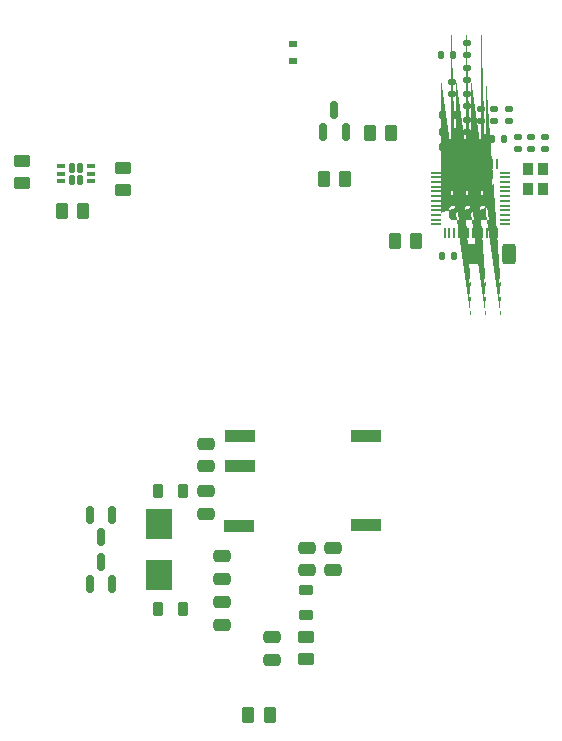
<source format=gbr>
%TF.GenerationSoftware,KiCad,Pcbnew,(6.0.7)*%
%TF.CreationDate,2022-10-02T00:57:54+02:00*%
%TF.ProjectId,sensor_modul,73656e73-6f72-45f6-9d6f-64756c2e6b69,rev?*%
%TF.SameCoordinates,Original*%
%TF.FileFunction,Paste,Top*%
%TF.FilePolarity,Positive*%
%FSLAX46Y46*%
G04 Gerber Fmt 4.6, Leading zero omitted, Abs format (unit mm)*
G04 Created by KiCad (PCBNEW (6.0.7)) date 2022-10-02 00:57:54*
%MOMM*%
%LPD*%
G01*
G04 APERTURE LIST*
G04 Aperture macros list*
%AMRoundRect*
0 Rectangle with rounded corners*
0 $1 Rounding radius*
0 $2 $3 $4 $5 $6 $7 $8 $9 X,Y pos of 4 corners*
0 Add a 4 corners polygon primitive as box body*
4,1,4,$2,$3,$4,$5,$6,$7,$8,$9,$2,$3,0*
0 Add four circle primitives for the rounded corners*
1,1,$1+$1,$2,$3*
1,1,$1+$1,$4,$5*
1,1,$1+$1,$6,$7*
1,1,$1+$1,$8,$9*
0 Add four rect primitives between the rounded corners*
20,1,$1+$1,$2,$3,$4,$5,0*
20,1,$1+$1,$4,$5,$6,$7,0*
20,1,$1+$1,$6,$7,$8,$9,0*
20,1,$1+$1,$8,$9,$2,$3,0*%
%AMFreePoly0*
4,1,57,0.377128,0.574691,0.381594,0.575007,0.383995,0.573695,0.390216,0.572793,0.415350,0.556564,0.441603,0.542221,0.542221,0.441603,0.555164,0.424270,0.558545,0.421336,0.559315,0.418710,0.563076,0.413674,0.569373,0.384427,0.577795,0.355720,0.577795,-0.355720,0.574691,-0.377128,0.575007,-0.381594,0.573695,-0.383995,0.572793,-0.390216,0.556564,-0.415350,0.542221,-0.441603,
0.441603,-0.542221,0.424270,-0.555164,0.421336,-0.558545,0.418710,-0.559315,0.413674,-0.563076,0.384428,-0.569373,0.355720,-0.577795,-0.355720,-0.577795,-0.377128,-0.574691,-0.381594,-0.575007,-0.383995,-0.573695,-0.390216,-0.572793,-0.415350,-0.556564,-0.441603,-0.542221,-0.542221,-0.441603,-0.555164,-0.424270,-0.558545,-0.421336,-0.559315,-0.418710,-0.563076,-0.413674,-0.569373,-0.384428,
-0.577795,-0.355720,-0.577795,0.355720,-0.574691,0.377128,-0.575007,0.381594,-0.573695,0.383995,-0.572793,0.390216,-0.556564,0.415350,-0.542221,0.441603,-0.441603,0.542221,-0.424270,0.555164,-0.421336,0.558545,-0.418710,0.559315,-0.413674,0.563076,-0.384427,0.569373,-0.355720,0.577795,0.355720,0.577795,0.377128,0.574691,0.377128,0.574691,$1*%
G04 Aperture macros list end*
%ADD10RoundRect,0.135000X0.135000X0.185000X-0.135000X0.185000X-0.135000X-0.185000X0.135000X-0.185000X0*%
%ADD11RoundRect,0.218750X-0.218750X-0.381250X0.218750X-0.381250X0.218750X0.381250X-0.218750X0.381250X0*%
%ADD12RoundRect,0.250000X-0.450000X0.262500X-0.450000X-0.262500X0.450000X-0.262500X0.450000X0.262500X0*%
%ADD13RoundRect,0.250000X-0.475000X0.250000X-0.475000X-0.250000X0.475000X-0.250000X0.475000X0.250000X0*%
%ADD14RoundRect,0.135000X-0.185000X0.135000X-0.185000X-0.135000X0.185000X-0.135000X0.185000X0.135000X0*%
%ADD15R,0.700000X0.600000*%
%ADD16RoundRect,0.150000X-0.150000X0.587500X-0.150000X-0.587500X0.150000X-0.587500X0.150000X0.587500X0*%
%ADD17RoundRect,0.218750X-0.381250X0.218750X-0.381250X-0.218750X0.381250X-0.218750X0.381250X0.218750X0*%
%ADD18RoundRect,0.150000X0.150000X-0.587500X0.150000X0.587500X-0.150000X0.587500X-0.150000X-0.587500X0*%
%ADD19RoundRect,0.135000X-0.135000X-0.185000X0.135000X-0.185000X0.135000X0.185000X-0.135000X0.185000X0*%
%ADD20FreePoly0,180.000000*%
%ADD21RoundRect,0.050000X0.350000X0.050000X-0.350000X0.050000X-0.350000X-0.050000X0.350000X-0.050000X0*%
%ADD22RoundRect,0.050000X0.050000X0.350000X-0.050000X0.350000X-0.050000X-0.350000X0.050000X-0.350000X0*%
%ADD23RoundRect,0.135000X0.185000X-0.135000X0.185000X0.135000X-0.185000X0.135000X-0.185000X-0.135000X0*%
%ADD24RoundRect,0.250000X-0.262500X-0.450000X0.262500X-0.450000X0.262500X0.450000X-0.262500X0.450000X0*%
%ADD25RoundRect,0.250000X-0.312500X-0.625000X0.312500X-0.625000X0.312500X0.625000X-0.312500X0.625000X0*%
%ADD26RoundRect,0.250000X0.475000X-0.250000X0.475000X0.250000X-0.475000X0.250000X-0.475000X-0.250000X0*%
%ADD27R,2.500000X1.000000*%
%ADD28RoundRect,0.130000X-0.130000X-0.275000X0.130000X-0.275000X0.130000X0.275000X-0.130000X0.275000X0*%
%ADD29RoundRect,0.075000X-0.300000X-0.075000X0.300000X-0.075000X0.300000X0.075000X-0.300000X0.075000X0*%
%ADD30R,2.300000X2.500000*%
%ADD31RoundRect,0.250000X0.450000X-0.262500X0.450000X0.262500X-0.450000X0.262500X-0.450000X-0.262500X0*%
%ADD32RoundRect,0.250000X0.262500X0.450000X-0.262500X0.450000X-0.262500X-0.450000X0.262500X-0.450000X0*%
%ADD33R,0.900000X1.100000*%
G04 APERTURE END LIST*
D10*
%TO.C,C10*%
X116810000Y-45600000D03*
X115790000Y-45600000D03*
%TD*%
D11*
%TO.C,FB1*%
X91737500Y-76000000D03*
X93862500Y-76000000D03*
%TD*%
D12*
%TO.C,C1*%
X104300000Y-88387500D03*
X104300000Y-90212500D03*
%TD*%
D10*
%TO.C,C14*%
X116810000Y-46900000D03*
X115790000Y-46900000D03*
%TD*%
D13*
%TO.C,C19*%
X95800000Y-76050000D03*
X95800000Y-77950000D03*
%TD*%
D14*
%TO.C,L2*%
X117900000Y-40190000D03*
X117900000Y-41210000D03*
%TD*%
D15*
%TO.C,D3*%
X103200000Y-38200000D03*
X103200000Y-39600000D03*
%TD*%
D16*
%TO.C,D4*%
X87875000Y-78037500D03*
X85975000Y-78037500D03*
X86925000Y-79912500D03*
%TD*%
D17*
%TO.C,FB3*%
X104300000Y-84437500D03*
X104300000Y-86562500D03*
%TD*%
D12*
%TO.C,R2*%
X80200000Y-48087500D03*
X80200000Y-49912500D03*
%TD*%
D18*
%TO.C,Q1*%
X105725000Y-45637500D03*
X107625000Y-45637500D03*
X106675000Y-43762500D03*
%TD*%
D19*
%TO.C,C12*%
X119990000Y-46200000D03*
X121010000Y-46200000D03*
%TD*%
D13*
%TO.C,C22*%
X101400000Y-88400000D03*
X101400000Y-90300000D03*
%TD*%
D10*
%TO.C,C8*%
X116810000Y-44200000D03*
X115790000Y-44200000D03*
%TD*%
D20*
%TO.C,U2*%
X119476667Y-49998333D03*
X119476667Y-51265000D03*
X118210000Y-51265000D03*
X116943333Y-49998333D03*
X116943333Y-51265000D03*
X116943333Y-52531667D03*
X119476667Y-52531667D03*
X118210000Y-52531667D03*
X118210000Y-49998333D03*
D21*
X121160000Y-53465000D03*
X121160000Y-53065000D03*
X121160000Y-52665000D03*
X121160000Y-52265000D03*
X121160000Y-51865000D03*
X121160000Y-51465000D03*
X121160000Y-51065000D03*
X121160000Y-50665000D03*
X121160000Y-50265000D03*
X121160000Y-49865000D03*
X121160000Y-49465000D03*
X121160000Y-49065000D03*
D22*
X120410000Y-48315000D03*
X120010000Y-48315000D03*
X119610000Y-48315000D03*
X119210000Y-48315000D03*
X118810000Y-48315000D03*
X118410000Y-48315000D03*
X118010000Y-48315000D03*
X117610000Y-48315000D03*
X117210000Y-48315000D03*
X116810000Y-48315000D03*
X116410000Y-48315000D03*
X116010000Y-48315000D03*
D21*
X115260000Y-49065000D03*
X115260000Y-49465000D03*
X115260000Y-49865000D03*
X115260000Y-50265000D03*
X115260000Y-50665000D03*
X115260000Y-51065000D03*
X115260000Y-51465000D03*
X115260000Y-51865000D03*
X115260000Y-52265000D03*
X115260000Y-52665000D03*
X115260000Y-53065000D03*
X115260000Y-53465000D03*
D22*
X116010000Y-54215000D03*
X116410000Y-54215000D03*
X116810000Y-54215000D03*
X117210000Y-54215000D03*
X117610000Y-54215000D03*
X118010000Y-54215000D03*
X118410000Y-54215000D03*
X118810000Y-54215000D03*
X119210000Y-54215000D03*
X119610000Y-54215000D03*
X120010000Y-54215000D03*
X120410000Y-54215000D03*
%TD*%
D23*
%TO.C,C9*%
X122200000Y-47110000D03*
X122200000Y-46090000D03*
%TD*%
D19*
%TO.C,L6*%
X115790000Y-56100000D03*
X116810000Y-56100000D03*
%TD*%
D14*
%TO.C,L4*%
X117900000Y-42390000D03*
X117900000Y-43410000D03*
%TD*%
D24*
%TO.C,R5*%
X105762500Y-49600000D03*
X107587500Y-49600000D03*
%TD*%
D18*
%TO.C,D5*%
X85975000Y-83912500D03*
X87875000Y-83912500D03*
X86925000Y-82037500D03*
%TD*%
D25*
%TO.C,C15*%
X118537500Y-56000000D03*
X121462500Y-56000000D03*
%TD*%
D24*
%TO.C,R3*%
X99387500Y-95000000D03*
X101212500Y-95000000D03*
%TD*%
D26*
%TO.C,C18*%
X95800000Y-73950000D03*
X95800000Y-72050000D03*
%TD*%
D27*
%TO.C,U3*%
X98664450Y-71405900D03*
X98664450Y-73945900D03*
X98616750Y-78975100D03*
X109335550Y-78949700D03*
X109383250Y-71380500D03*
%TD*%
D23*
%TO.C,C6*%
X116600000Y-42410000D03*
X116600000Y-41390000D03*
%TD*%
D14*
%TO.C,C3*%
X117900000Y-38090000D03*
X117900000Y-39110000D03*
%TD*%
D10*
%TO.C,C4*%
X116710000Y-39100000D03*
X115690000Y-39100000D03*
%TD*%
D28*
%TO.C,U1*%
X84485000Y-48665000D03*
X85135000Y-48665000D03*
X84485000Y-49665000D03*
X85135000Y-49665000D03*
D29*
X83560000Y-48515000D03*
X83560000Y-49165000D03*
X83560000Y-49815000D03*
X86060000Y-49815000D03*
X86060000Y-49165000D03*
X86060000Y-48515000D03*
%TD*%
D30*
%TO.C,D1*%
X91800000Y-83150000D03*
X91800000Y-78850000D03*
%TD*%
D23*
%TO.C,C5*%
X121500000Y-44710000D03*
X121500000Y-43690000D03*
%TD*%
D11*
%TO.C,FB2*%
X91737500Y-86000000D03*
X93862500Y-86000000D03*
%TD*%
D23*
%TO.C,C7*%
X123300000Y-47110000D03*
X123300000Y-46090000D03*
%TD*%
D31*
%TO.C,R1*%
X88800000Y-50512500D03*
X88800000Y-48687500D03*
%TD*%
D32*
%TO.C,C16*%
X113612500Y-54900000D03*
X111787500Y-54900000D03*
%TD*%
%TO.C,C2*%
X85412500Y-52300000D03*
X83587500Y-52300000D03*
%TD*%
D26*
%TO.C,R4*%
X97200000Y-83450000D03*
X97200000Y-81550000D03*
%TD*%
D24*
%TO.C,R6*%
X109662500Y-45700000D03*
X111487500Y-45700000D03*
%TD*%
D14*
%TO.C,L1*%
X120200000Y-43690000D03*
X120200000Y-44710000D03*
%TD*%
D13*
%TO.C,D2*%
X97200000Y-85450000D03*
X97200000Y-87350000D03*
%TD*%
D23*
%TO.C,C13*%
X119100000Y-44710000D03*
X119100000Y-43690000D03*
%TD*%
D33*
%TO.C,Y1*%
X124350000Y-50450000D03*
X124350000Y-48750000D03*
X123050000Y-48750000D03*
X123050000Y-50450000D03*
%TD*%
D14*
%TO.C,L3*%
X124500000Y-46090000D03*
X124500000Y-47110000D03*
%TD*%
%TO.C,L5*%
X117900000Y-44590000D03*
X117900000Y-45610000D03*
%TD*%
D26*
%TO.C,C21*%
X104400000Y-82750000D03*
X104400000Y-80850000D03*
%TD*%
%TO.C,C20*%
X106600000Y-82750000D03*
X106600000Y-80850000D03*
%TD*%
M02*

</source>
